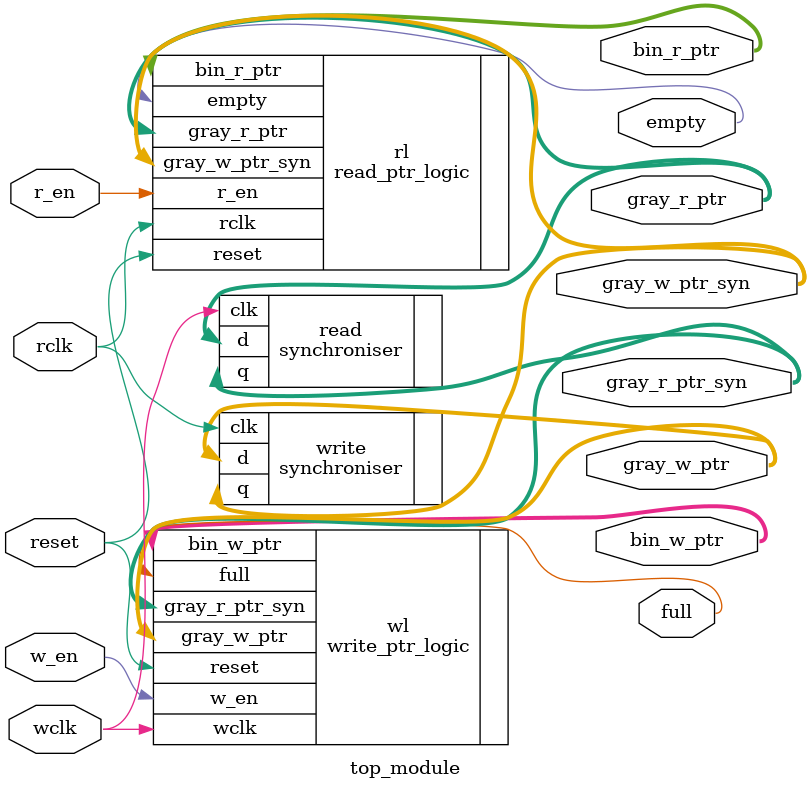
<source format=v>
`timescale 1ns / 1ps


module top_module#(parameter depth = 8 )(
    input rclk, 
    input wclk, 
    input reset,     
    input w_en,r_en, 
    output [$clog2(depth):0] bin_w_ptr,bin_r_ptr,//$clog2(depth) = 3
    output [$clog2(depth):0] gray_w_ptr,gray_w_ptr_syn,
    output [$clog2(depth):0] gray_r_ptr,gray_r_ptr_syn,
    output full,empty
    );
    

    write_ptr_logic wl(.wclk(wclk),.reset(reset),.full(full),.gray_w_ptr(gray_w_ptr),.gray_r_ptr_syn(gray_r_ptr_syn),.w_en(w_en),.bin_w_ptr(bin_w_ptr));
    
    read_ptr_logic rl(.rclk(rclk),.reset(reset),.empty(empty),.gray_r_ptr(gray_r_ptr),.gray_w_ptr_syn(gray_w_ptr_syn),.r_en(r_en),.bin_r_ptr(bin_r_ptr));
    
    synchroniser write(.clk(rclk),.d(gray_w_ptr),.q(gray_w_ptr_syn));

    synchroniser read(.clk(wclk),.d(gray_r_ptr),.q(gray_r_ptr_syn));

    
endmodule
</source>
